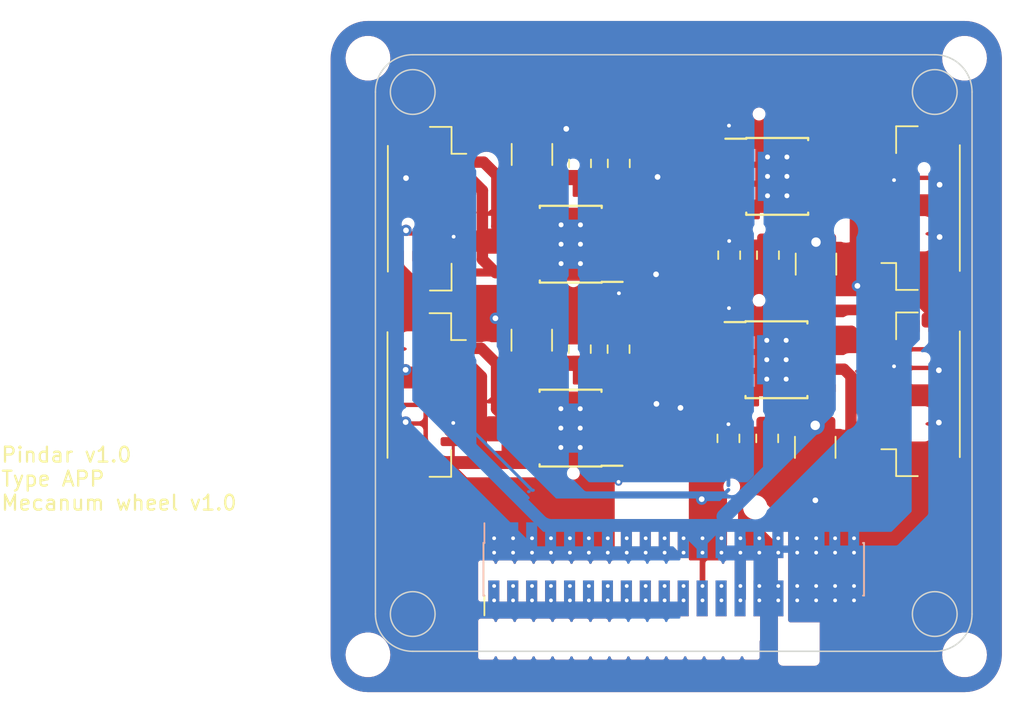
<source format=kicad_pcb>
(kicad_pcb (version 20221018) (generator pcbnew)
  (title_block (date "2023-06-14"))
  (layers (0 "F.Cu" signal) (31 "B.Cu" signal) (34 "B.Paste" user) (35 "F.Paste" user) (36 "B.SilkS" user "B.Silkscreen") (37 "F.SilkS" user "F.Silkscreen") (38 "B.Mask" user) (39 "F.Mask" user) (44 "Edge.Cuts" user))
  (net 0 "")
  (net 1 "+3.3V")
  (net 2 "GND")
  (net 3 "/SPI_CS")
  (net 4 "/SPI_CLK")
  (net 5 "/SPI_MOSI")
  (net 6 "/SPI_MISO")
  (net 7 "/I2C_CLK")
  (net 8 "/GPIO_1")
  (net 9 "/GPIO_2")
  (net 10 "/GPIO_7")
  (net 11 "/GPIO_4")
  (net 12 "/GPIO_5")
  (net 13 "/GPIO_8")
  (net 14 "/ENC_1A")
  (net 15 "/ENC_2A")
  (net 16 "/ADC_1")
  (net 17 "/ADC_3")
  (net 18 "/ADC_4")
  (net 19 "/UART1_Rx")
  (net 20 "/UART1_Tx")
  (net 21 "/ADC_2")
  (net 22 "/I2C_SDA")
  (net 23 "/UART2_Rx")
  (net 24 "/UART2_Tx")
  (net 25 "/GPIO_3")
  (net 26 "/ENC_4A")
  (net 27 "/GPIO_6")
  (net 28 "/+5V")
  (net 29 "+BATT")
  (net 30 "/ENC_3B")
  (net 31 "/OUT1")
  (net 32 "/OUT2")
  (net 33 "/OUT3")
  (net 34 "/OUT4")
  (net 35 "/OUT5")
  (net 36 "/OUT6")
  (net 37 "/ENC_1B")
  (net 38 "/ENC_2B")
  (net 39 "/ENC_3A")
  (net 40 "/OUT7")
  (net 41 "/OUT8")
  (net 42 "/ENC_4B")
  (footprint "Capacitor_SMD:C_1210_3225Metric" (layer "F.Cu") (at 85.760466 52.024266 -90)
    (fp_text reference "C5" hide)
    (fp_text value "10uF")
    (pad "1" smd roundrect (at -1.475 0 270) (size 1.15 2.7) (layers "F.Cu" "F.Paste" "F.Mask") (roundrect_rratio 0.217391) (net 29 "+BATT"))
    (pad "2" smd roundrect (at 1.475 0 270) (size 1.15 2.7) (layers "F.Cu" "F.Paste" "F.Mask") (roundrect_rratio 0.217391) (net 2 "GND"))
  )
  (footprint "Package_SO:Texas_HTSOP-8-1EP_3.9x4.9mm_P1.27mm_EP2.95x4.9mm_Mask2.4x3.1mm_ThermalVias" (layer "F.Cu") (at 69.303671 63.017671 180)
    (fp_text reference "U1" hide)
    (fp_text value "DRV8870DDA")
    (pad "1" smd rect (at -2.875 -1.905 180) (size 2.2 0.5) (layers "F.Cu" "F.Paste" "F.Mask") (net 2 "GND"))
    (pad "2" smd rect (at -2.875 -0.635 180) (size 2.2 0.5) (layers "F.Cu" "F.Paste" "F.Mask") (net 9 "/GPIO_2"))
    (pad "3" smd rect (at -2.875 0.635 180) (size 2.2 0.5) (layers "F.Cu" "F.Paste" "F.Mask") (net 8 "/GPIO_1"))
    (pad "4" smd rect (at -2.875 1.905 180) (size 2.2 0.5) (layers "F.Cu" "F.Paste" "F.Mask") (net 1 "+3.3V"))
    (pad "5" smd rect (at 2.875 1.905 180) (size 2.2 0.5) (layers "F.Cu" "F.Paste" "F.Mask") (net 29 "+BATT"))
    (pad "6" smd rect (at 2.875 0.635 180) (size 2.2 0.5) (layers "F.Cu" "F.Paste" "F.Mask") (net 31 "/OUT1"))
    (pad "7" smd rect (at 2.875 -0.635 180) (size 2.2 0.5) (layers "F.Cu" "F.Paste" "F.Mask") (net 2 "GND"))
    (pad "8" smd rect (at 2.875 -1.905 180) (size 2.2 0.5) (layers "F.Cu" "F.Paste" "F.Mask") (net 32 "/OUT2"))
    (pad "9" thru_hole circle (at -0.65 -1.3 180) (size 0.63 0.63) (drill 0.33) (layers "*.Cu" "*.Mask") (net 2 "GND"))
    (pad "9" thru_hole circle (at -0.65 0 180) (size 0.63 0.63) (drill 0.33) (layers "*.Cu" "*.Mask") (net 2 "GND"))
    (pad "9" thru_hole circle (at -0.65 1.3 180) (size 0.63 0.63) (drill 0.33) (layers "*.Cu" "*.Mask") (net 2 "GND"))
    (pad "9" smd rect (at 0 0 180) (size 2.6 3.3) (layers "B.Cu") (net 2 "GND"))
    (pad "9" smd rect (at 0 0 180) (size 2.95 4.9) (layers "F.Cu") (net 2 "GND"))
    (pad "9" thru_hole circle (at 0.65 -1.3 180) (size 0.63 0.63) (drill 0.33) (layers "*.Cu" "*.Mask") (net 2 "GND"))
    (pad "9" thru_hole circle (at 0.65 0 180) (size 0.63 0.63) (drill 0.33) (layers "*.Cu" "*.Mask") (net 2 "GND"))
    (pad "9" thru_hole circle (at 0.65 1.3 180) (size 0.63 0.63) (drill 0.33) (layers "*.Cu" "*.Mask") (net 2 "GND"))
  )
  (footprint "Capacitor_SMD:C_0805_2012Metric" (layer "F.Cu") (at 72.523671 57.724871 90)
    (fp_text reference "C9" hide)
    (fp_text value "0.1uF")
    (pad "1" smd roundrect (at -0.95 0 90) (size 1 1.45) (layers "F.Cu" "F.Paste" "F.Mask") (net 1 "+3.3V"))
    (pad "2" smd roundrect (at 0.95 0 90) (size 1 1.45) (layers "F.Cu" "F.Paste" "F.Mask") (net 2 "GND"))
  )
  (footprint "Connector_JST:JST_GH_SM06B-GHS-TB_1x06-1MP_P1.25mm_Horizontal" (layer "F.Cu") (at 59.590071 60.799071 -90)
    (fp_text reference "J2" hide)
    (fp_text value "Motor 1")
    (pad "1" smd roundrect (at -3.125 -1.85 270) (size 0.6 1.7) (layers "F.Cu" "F.Paste" "F.Mask") (net 31 "/OUT1"))
    (pad "2" smd roundrect (at -1.875 -1.85 270) (size 0.6 1.7) (layers "F.Cu" "F.Paste" "F.Mask") (net 32 "/OUT2"))
    (pad "3" smd roundrect (at -0.625 -1.85 270) (size 0.6 1.7) (layers "F.Cu" "F.Paste" "F.Mask") (net 2 "GND"))
    (pad "4" smd roundrect (at 0.625 -1.85 270) (size 0.6 1.7) (layers "F.Cu" "F.Paste" "F.Mask") (net 37 "/ENC_1B"))
    (pad "5" smd roundrect (at 1.875 -1.85 270) (size 0.6 1.7) (layers "F.Cu" "F.Paste" "F.Mask") (net 14 "/ENC_1A"))
    (pad "6" smd roundrect (at 3.125 -1.85 270) (size 0.6 1.7) (layers "F.Cu" "F.Paste" "F.Mask") (net 1 "+3.3V"))
    (pad "MP" smd roundrect (at -4.975 1.35 270) (size 1 2.7) (layers "F.Cu" "F.Paste" "F.Mask") (net 2 "GND"))
    (pad "MP" smd roundrect (at 4.975 1.35 270) (size 1 2.7) (layers "F.Cu" "F.Paste" "F.Mask") (net 2 "GND"))
  )
  (footprint "Capacitor_SMD:C_0805_2012Metric" (layer "F.Cu") (at 79.889666 63.708466 -90)
    (fp_text reference "C16" hide)
    (fp_text value "0.1uF")
    (pad "1" smd roundrect (at -0.95 0 270) (size 1 1.45) (layers "F.Cu" "F.Paste" "F.Mask") (net 1 "+3.3V"))
    (pad "2" smd roundrect (at 0.95 0 270) (size 1 1.45) (layers "F.Cu" "F.Paste" "F.Mask") (net 2 "GND"))
  )
  (footprint "Package_SO:Texas_HTSOP-8-1EP_3.9x4.9mm_P1.27mm_EP2.95x4.9mm_Mask2.4x3.1mm_ThermalVias" (layer "F.Cu") (at 69.318466 50.689266 180)
    (fp_text reference "U2" hide)
    (fp_text value "DRV8870DDA")
    (pad "1" smd rect (at -2.875 -1.905 180) (size 2.2 0.5) (layers "F.Cu" "F.Paste" "F.Mask") (net 2 "GND"))
    (pad "2" smd rect (at -2.875 -0.635 180) (size 2.2 0.5) (layers "F.Cu" "F.Paste" "F.Mask") (net 11 "/GPIO_4"))
    (pad "3" smd rect (at -2.875 0.635 180) (size 2.2 0.5) (layers "F.Cu" "F.Paste" "F.Mask") (net 25 "/GPIO_3"))
    (pad "4" smd rect (at -2.875 1.905 180) (size 2.2 0.5) (layers "F.Cu" "F.Paste" "F.Mask") (net 1 "+3.3V"))
    (pad "5" smd rect (at 2.875 1.905 180) (size 2.2 0.5) (layers "F.Cu" "F.Paste" "F.Mask") (net 29 "+BATT"))
    (pad "6" smd rect (at 2.875 0.635 180) (size 2.2 0.5) (layers "F.Cu" "F.Paste" "F.Mask") (net 33 "/OUT3"))
    (pad "7" smd rect (at 2.875 -0.635 180) (size 2.2 0.5) (layers "F.Cu" "F.Paste" "F.Mask") (net 2 "GND"))
    (pad "8" smd rect (at 2.875 -1.905 180) (size 2.2 0.5) (layers "F.Cu" "F.Paste" "F.Mask") (net 34 "/OUT4"))
    (pad "9" thru_hole circle (at -0.65 -1.3 180) (size 0.63 0.63) (drill 0.33) (layers "*.Cu" "*.Mask") (net 2 "GND"))
    (pad "9" thru_hole circle (at -0.65 0 180) (size 0.63 0.63) (drill 0.33) (layers "*.Cu" "*.Mask") (net 2 "GND"))
    (pad "9" thru_hole circle (at -0.65 1.3 180) (size 0.63 0.63) (drill 0.33) (layers "*.Cu" "*.Mask") (net 2 "GND"))
    (pad "9" smd rect (at 0 0 180) (size 2.6 3.3) (layers "B.Cu") (net 2 "GND"))
    (pad "9" smd rect (at 0 0 180) (size 2.95 4.9) (layers "F.Cu") (net 2 "GND"))
    (pad "9" thru_hole circle (at 0.65 -1.3 180) (size 0.63 0.63) (drill 0.33) (layers "*.Cu" "*.Mask") (net 2 "GND"))
    (pad "9" thru_hole circle (at 0.65 0 180) (size 0.63 0.63) (drill 0.33) (layers "*.Cu" "*.Mask") (net 2 "GND"))
    (pad "9" thru_hole circle (at 0.65 1.3 180) (size 0.63 0.63) (drill 0.33) (layers "*.Cu" "*.Mask") (net 2 "GND"))
  )
  (footprint "Capacitor_SMD:C_1210_3225Metric" (layer "F.Cu") (at 66.703671 57.124871 90)
    (fp_text reference "C1" hide)
    (fp_text value "10uF")
    (pad "1" smd roundrect (at -1.475 0 90) (size 1.15 2.7) (layers "F.Cu" "F.Paste" "F.Mask") (roundrect_rratio 0.217391) (net 29 "+BATT"))
    (pad "2" smd roundrect (at 1.475 0 90) (size 1.15 2.7) (layers "F.Cu" "F.Paste" "F.Mask") (roundrect_rratio 0.217391) (net 2 "GND"))
  )
  (footprint "Package_SO:Texas_HTSOP-8-1EP_3.9x4.9mm_P1.27mm_EP2.95x4.9mm_Mask2.4x3.1mm_ThermalVias" (layer "F.Cu") (at 83.109666 58.434666)
    (fp_text reference "U6" hide)
    (fp_text value "DRV8870DDA")
    (pad "1" smd rect (at -2.875 -1.905) (size 2.2 0.5) (layers "F.Cu" "F.Paste" "F.Mask") (net 2 "GND"))
    (pad "2" smd rect (at -2.875 -0.635) (size 2.2 0.5) (layers "F.Cu" "F.Paste" "F.Mask") (net 13 "/GPIO_8"))
    (pad "3" smd rect (at -2.875 0.635) (size 2.2 0.5) (layers "F.Cu" "F.Paste" "F.Mask") (net 10 "/GPIO_7"))
    (pad "4" smd rect (at -2.875 1.905) (size 2.2 0.5) (layers "F.Cu" "F.Paste" "F.Mask") (net 1 "+3.3V"))
    (pad "5" smd rect (at 2.875 1.905) (size 2.2 0.5) (layers "F.Cu" "F.Paste" "F.Mask") (net 29 "+BATT"))
    (pad "6" smd rect (at 2.875 0.635) (size 2.2 0.5) (layers "F.Cu" "F.Paste" "F.Mask") (net 40 "/OUT7"))
    (pad "7" smd rect (at 2.875 -0.635) (size 2.2 0.5) (layers "F.Cu" "F.Paste" "F.Mask") (net 2 "GND"))
    (pad "8" smd rect (at 2.875 -1.905) (size 2.2 0.5) (layers "F.Cu" "F.Paste" "F.Mask") (net 41 "/OUT8"))
    (pad "9" thru_hole circle (at -0.65 -1.3) (size 0.63 0.63) (drill 0.33) (layers "*.Cu" "*.Mask") (net 2 "GND"))
    (pad "9" thru_hole circle (at -0.65 0) (size 0.63 0.63) (drill 0.33) (layers "*.Cu" "*.Mask") (net 2 "GND"))
    (pad "9" thru_hole circle (at -0.65 1.3) (size 0.63 0.63) (drill 0.33) (layers "*.Cu" "*.Mask") (net 2 "GND"))
    (pad "9" smd rect (at 0 0) (size 2.6 3.3) (layers "B.Cu") (net 2 "GND"))
    (pad "9" smd rect (at 0 0) (size 2.95 4.9) (layers "F.Cu") (net 2 "GND"))
    (pad "9" thru_hole circle (at 0.65 -1.3) (size 0.63 0.63) (drill 0.33) (layers "*.Cu" "*.Mask") (net 2 "GND"))
    (pad "9" thru_hole circle (at 0.65 0) (size 0.63 0.63) (drill 0.33) (layers "*.Cu" "*.Mask") (net 2 "GND"))
    (pad "9" thru_hole circle (at 0.65 1.3) (size 0.63 0.63) (drill 0.33) (layers "*.Cu" "*.Mask") (net 2 "GND"))
  )
  (footprint "Capacitor_SMD:C_0805_2012Metric" (layer "F.Cu") (at 82.489666 63.708466 -90)
    (fp_text reference "C18" hide)
    (fp_text value "0.1uF")
    (pad "1" smd roundrect (at -0.95 0 270) (size 1 1.45) (layers "F.Cu" "F.Paste" "F.Mask") (net 29 "+BATT"))
    (pad "2" smd roundrect (at 0.95 0 270) (size 1 1.45) (layers "F.Cu" "F.Paste" "F.Mask") (net 2 "GND"))
  )
  (footprint "Connector_PinHeader_1.27mm:PinHeader_2x20_P1.27mm_Vertical_SMD" (layer "F.Cu") (at 76.222266 72.483866 90)
    (fp_text reference "J1" hide)
    (fp_text value "TOP")
    (pad "1" smd rect (at -1.95 -12.065 90) (size 2.4 0.74) (layers "F.Cu" "F.Paste" "F.Mask") (net 16 "/ADC_1"))
    (pad "2" smd rect (at 1.95 -12.065 90) (size 2.4 0.74) (layers "F.Cu" "F.Paste" "F.Mask") (net 21 "/ADC_2"))
    (pad "3" smd rect (at -1.95 -10.795 90) (size 2.4 0.74) (layers "F.Cu" "F.Paste" "F.Mask") (net 17 "/ADC_3"))
    (pad "4" smd rect (at 1.95 -10.795 90) (size 2.4 0.74) (layers "F.Cu" "F.Paste" "F.Mask") (net 18 "/ADC_4"))
    (pad "5" smd rect (at -1.95 -9.525 90) (size 2.4 0.74) (layers "F.Cu" "F.Paste" "F.Mask") (net 19 "/UART1_Rx"))
    (pad "6" smd rect (at 1.95 -9.525 90) (size 2.4 0.74) (layers "F.Cu" "F.Paste" "F.Mask") (net 20 "/UART1_Tx"))
    (pad "7" smd rect (at -1.95 -8.255 90) (size 2.4 0.74) (layers "F.Cu" "F.Paste" "F.Mask") (net 23 "/UART2_Rx"))
    (pad "8" smd rect (at 1.95 -8.255 90) (size 2.4 0.74) (layers "F.Cu" "F.Paste" "F.Mask") (net 24 "/UART2_Tx"))
    (pad "9" smd rect (at -1.95 -6.985 90) (size 2.4 0.74) (layers "F.Cu" "F.Paste" "F.Mask") (net 22 "/I2C_SDA"))
    (pad "10" smd rect (at 1.95 -6.985 90) (size 2.4 0.74) (layers "F.Cu" "F.Paste" "F.Mask") (net 7 "/I2C_CLK"))
    (pad "11" smd rect (at -1.95 -5.715 90) (size 2.4 0.74) (layers "F.Cu" "F.Paste" "F.Mask") (net 3 "/SPI_CS"))
    (pad "12" smd rect (at 1.95 -5.715 90) (size 2.4 0.74) (layers "F.Cu" "F.Paste" "F.Mask") (net 4 "/SPI_CLK"))
    (pad "13" smd rect (at -1.95 -4.445 90) (size 2.4 0.74) (layers "F.Cu" "F.Paste" "F.Mask") (net 5 "/SPI_MOSI"))
    (pad "14" smd rect (at 1.95 -4.445 90) (size 2.4 0.74) (layers "F.Cu" "F.Paste" "F.Mask") (net 6 "/SPI_MISO"))
    (pad "15" smd rect (at -1.95 -3.175 90) (size 2.4 0.74) (layers "F.Cu" "F.Paste" "F.Mask") (net 8 "/GPIO_1"))
    (pad "16" smd rect (at 1.95 -3.175 90) (size 2.4 0.74) (layers "F.Cu" "F.Paste" "F.Mask") (net 9 "/GPIO_2"))
    (pad "17" smd rect (at -1.95 -1.905 90) (size 2.4 0.74) (layers "F.Cu" "F.Paste" "F.Mask") (net 25 "/GPIO_3"))
    (pad "18" smd rect (at 1.95 -1.905 90) (size 2.4 0.74) (layers "F.Cu" "F.Paste" "F.Mask") (net 11 "/GPIO_4"))
    (pad "19" smd rect (at -1.95 -0.635 90) (size 2.4 0.74) (layers "F.Cu" "F.Paste" "F.Mask") (net 12 "/GPIO_5"))
    (pad "20" smd rect (at 1.95 -0.635 90) (size 2.4 0.74) (layers "F.Cu" "F.Paste" "F.Mask") (net 27 "/GPIO_6"))
    (pad "21" smd rect (at -1.95 0.635 90) (size 2.4 0.74) (layers "F.Cu" "F.Paste" "F.Mask") (net 10 "/GPIO_7"))
    (pad "22" smd rect (at 1.95 0.635 90) (size 2.4 0.74) (layers "F.Cu" "F.Paste" "F.Mask") (net 13 "/GPIO_8"))
    (pad "23" smd rect (at -1.95 1.905 90) (size 2.4 0.74) (layers "F.Cu" "F.Paste" "F.Mask") (net 14 "/ENC_1A"))
    (pad "24" smd rect (at 1.95 1.905 90) (size 2.4 0.74) (layers "F.Cu" "F.Paste" "F.Mask") (net 15 "/ENC_2A"))
    (pad "25" smd rect (at -1.95 3.175 90) (size 2.4 0.74) (layers "F.Cu" "F.Paste" "F.Mask") (net 39 "/ENC_3A"))
    (pad "26" smd rect (at 1.95 3.175 90) (size 2.4 0.74) (layers "F.Cu" "F.Paste" "F.Mask") (net 26 "/ENC_4A"))
    (pad "27" smd rect (at -1.95 4.445 90) (size 2.4 0.74) (layers "F.Cu" "F.Paste" "F.Mask") (net 1 "+3.3V"))
    (pad "28" smd rect (at 1.95 4.445 90) (size 2.4 0.74) (layers "F.Cu" "F.Paste" "F.Mask") (net 1 "+3.3V"))
    (pad "29" smd rect (at -1.95 5.715 90) (size 2.4 0.74) (layers "F.Cu" "F.Paste" "F.Mask") (net 28 "/+5V"))
    (pad "30" smd rect (at 1.95 5.715 90) (size 2.4 0.74) (layers "F.Cu" "F.Paste" "F.Mask") (net 28 "/+5V"))
    (pad "31" smd rect (at -1.95 6.985 90) (size 2.4 0.74) (layers "F.Cu" "F.Paste" "F.Mask") (net 2 "GND"))
    (pad "32" smd rect (at 1.95 6.985 90) (size 2.4 0.74) (layers "F.Cu" "F.Paste" "F.Mask") (net 2 "GND"))
    (pad "33" smd rect (at -1.95 8.255 90) (size 2.4 0.74) (layers "F.Cu" "F.Paste" "F.Mask") (net 29 "+BATT"))
    (pad "34" smd rect (at 1.95 8.255 90) (size 2.4 0.74) (layers "F.Cu" "F.Paste" "F.Mask") (net 29 "+BATT"))
    (pad "35" smd rect (at -1.95 9.525 90) (size 2.4 0.74) (layers "F.Cu" "F.Paste" "F.Mask") (net 29 "+BATT"))
    (pad "36" smd rect (at 1.95 9.525 90) (size 2.4 0.74) (layers "F.Cu" "F.Paste" "F.Mask") (net 29 "+BATT"))
    (pad "37" smd rect (at -1.95 10.795 90) (size 2.4 0.74) (layers "F.Cu" "F.Paste" "F.Mask") (net 2 "GND"))
    (pad "38" smd rect (at 1.95 10.795 90) (size 2.4 0.74) (layers "F.Cu" "F.Paste" "F.Mask") (net 2 "GND"))
    (pad "39" smd rect (at -1.95 12.065 90) (size 2.4 0.74) (layers "F.Cu" "F.Paste" "F.Mask") (net 2 "GND"))
    (pad "40" smd rect (at 1.95 12.065 90) (size 2.4 0.74) (layers "F.Cu" "F.Paste" "F.Mask") (net 2 "GND"))
  )
  (footprint "Capacitor_SMD:C_0805_2012Metric" (layer "F.Cu") (at 69.923671 57.724871 90)
    (fp_text reference "C2" hide)
    (fp_text value "0.1uF")
    (pad "1" smd roundrect (at -0.95 0 90) (size 1 1.45) (layers "F.Cu" "F.Paste" "F.Mask") (net 29 "+BATT"))
    (pad "2" smd roundrect (at 0.95 0 90) (size 1 1.45) (layers "F.Cu" "F.Paste" "F.Mask") (net 2 "GND"))
  )
  (footprint "Connector_JST:JST_GH_SM06B-GHS-TB_1x06-1MP_P1.25mm_Horizontal" (layer "F.Cu") (at 92.843266 48.266666 90)
    (fp_text reference "J4" hide)
    (fp_text value "Motor 3")
    (pad "1" smd roundrect (at -3.125 -1.85 90) (size 0.6 1.7) (layers "F.Cu" "F.Paste" "F.Mask") (net 35 "/OUT5"))
    (pad "2" smd roundrect (at -1.875 -1.85 90) (size 0.6 1.7) (layers "F.Cu" "F.Paste" "F.Mask") (net 36 "/OUT6"))
    (pad "3" smd roundrect (at -0.625 -1.85 90) (size 0.6 1.7) (layers "F.Cu" "F.Paste" "F.Mask") (net 2 "GND"))
    (pad "4" smd roundrect (at 0.625 -1.85 90) (size 0.6 1.7) (layers "F.Cu" "F.Paste" "F.Mask") (net 30 "/ENC_3B"))
    (pad "5" smd roundrect (at 1.875 -1.85 90) (size 0.6 1.7) (layers "F.Cu" "F.Paste" "F.Mask") (net 39 "/ENC_3A"))
    (pad "6" smd roundrect (at 3.125 -1.85 90) (size 0.6 1.7) (layers "F.Cu" "F.Paste" "F.Mask") (net 1 "+3.3V"))
    (pad "MP" smd roundrect (at -4.975 1.35 90) (size 1 2.7) (layers "F.Cu" "F.Paste" "F.Mask") (net 2 "GND"))
    (pad "MP" smd roundrect (at 4.975 1.35 90) (size 1 2.7) (layers "F.Cu" "F.Paste" "F.Mask") (net 2 "GND"))
  )
  (footprint "Capacitor_SMD:C_0805_2012Metric" (layer "F.Cu") (at 69.938466 45.272266 90)
    (fp_text reference "C4" hide)
    (fp_text value "0.1uF")
    (pad "1" smd roundrect (at -0.95 0 90) (size 1 1.45) (layers "F.Cu" "F.Paste" "F.Mask") (net 29 "+BATT"))
    (pad "2" smd roundrect (at 0.95 0 90) (size 1 1.45) (layers "F.Cu" "F.Paste" "F.Mask") (net 2 "GND"))
  )
  (footprint "Capacitor_SMD:C_0805_2012Metric" (layer "F.Cu") (at 79.940466 51.424266 -90)
    (fp_text reference "C11" hide)
    (fp_text value "0.1uF")
    (pad "1" smd roundrect (at -0.95 0 270) (size 1 1.45) (layers "F.Cu" "F.Paste" "F.Mask") (net 1 "+3.3V"))
    (pad "2" smd roundrect (at 0.95 0 270) (size 1 1.45) (layers "F.Cu" "F.Paste" "F.Mask") (net 2 "GND"))
  )
  (footprint "Connector_JST:JST_GH_SM06B-GHS-TB_1x06-1MP_P1.25mm_Horizontal" (layer "F.Cu") (at 92.843266 60.750866 90)
    (fp_text reference "J6" hide)
    (fp_text value "Motor 4")
    (pad "1" smd roundrect (at -3.125 -1.85 90) (size 0.6 1.7) (layers "F.Cu" "F.Paste" "F.Mask") (net 40 "/OUT7"))
    (pad "2" smd roundrect (at -1.875 -1.85 90) (size 0.6 1.7) (layers "F.Cu" "F.Paste" "F.Mask") (net 41 "/OUT8"))
    (pad "3" smd roundrect (at -0.625 -1.85 90) (size 0.6 1.7) (layers "F.Cu" "F.Paste" "F.Mask") (net 2 "GND"))
    (pad "4" smd roundrect (at 0.625 -1.85 90) (size 0.6 1.7) (layers "F.Cu" "F.Paste" "F.Mask") (net 42 "/ENC_4B"))
    (pad "5" smd roundrect (at 1.875 -1.85 90) (size 0.6 1.7) (layers "F.Cu" "F.Paste" "F.Mask") (net 26 "/ENC_4A"))
    (pad "6" smd roundrect (at 3.125 -1.85 90) (size 0.6 1.7) (layers "F.Cu" "F.Paste" "F.Mask") (net 1 "+3.3V"))
    (pad "MP" smd roundrect (at -4.975 1.35 90) (size 1 2.7) (layers "F.Cu" "F.Paste" "F.Mask") (net 2 "GND"))
    (pad "MP" smd roundrect (at 4.975 1.35 90) (size 1 2.7) (layers "F.Cu" "F.Paste" "F.Mask") (net 2 "GND"))
  )
  (footprint "Capacitor_SMD:C_1210_3225Metric" (layer "F.Cu") (at 85.709666 64.308466 -90)
    (fp_text reference "C17" hide)
    (fp_text value "10uF")
    (pad "1" smd roundrect (at -1.475 0 270) (size 1.15 2.7) (layers "F.Cu" "F.Paste" "F.Mask") (roundrect_rratio 0.217391) (net 29 "+BATT"))
    (pad "2" smd roundrect (at 1.475 0 270) (size 1.15 2.7) (layers "F.Cu" "F.Paste" "F.Mask") (roundrect_rratio 0.217391) (net 2 "GND"))
  )
  (footprint "Capacitor_SMD:C_0805_2012Metric" (layer "F.Cu") (at 72.538466 45.272266 90)
    (fp_text reference "C10" hide)
    (fp_text value "0.1uF")
    (pad "1" smd roundrect (at -0.95 0 90) (size 1 1.45) (layers "F.Cu" "F.Paste" "F.Mask") (net 1 "+3.3V"))
    (pad "2" smd roundrect (at 0.95 0 90) (size 1 1.45) (layers "F.Cu" "F.Paste" "F.Mask") (net 2 "GND"))
  )
  (footprint "Package_SO:Texas_HTSOP-8-1EP_3.9x4.9mm_P1.27mm_EP2.95x4.9mm_Mask2.4x3.1mm_ThermalVias" (layer "F.Cu") (at 83.160466 46.141066)
    (fp_text reference "U3" hide)
    (fp_text value "DRV8870DDA")
    (pad "1" smd rect (at -2.875 -1.905) (size 2.2 0.5) (layers "F.Cu" "F.Paste" "F.Mask") (net 2 "GND"))
    (pad "2" smd rect (at -2.875 -0.635) (size 2.2 0.5) (layers "F.Cu" "F.Paste" "F.Mask") (net 27 "/GPIO_6"))
    (pad "3" smd rect (at -2.875 0.635) (size 2.2 0.5) (layers "F.Cu" "F.Paste" "F.Mask") (net 12 "/GPIO_5"))
    (pad "4" smd rect (at -2.875 1.905) (size 2.2 0.5) (layers "F.Cu" "F.Paste" "F.Mask") (net 1 "+3.3V"))
    (pad "5" smd rect (at 2.875 1.905) (size 2.2 0.5) (layers "F.Cu" "F.Paste" "F.Mask") (net 29 "+BATT"))
    (pad "6" smd rect (at 2.875 0.635) (size 2.2 0.5) (layers "F.Cu" "F.Paste" "F.Mask") (net 35 "/OUT5"))
    (pad "7" smd rect (at 2.875 -0.635) (size 2.2 0.5) (layers "F.Cu" "F.Paste" "F.Mask") (net 2 "GND"))
    (pad "8" smd rect (at 2.875 -1.905) (size 2.2 0.5) (layers "F.Cu" "F.Paste" "F.Mask") (net 36 "/OUT6"))
    (pad "9" thru_hole circle (at -0.65 -1.3) (size 0.63 0.63) (drill 0.33) (layers "*.Cu" "*.Mask") (net 2 "GND"))
    (pad "9" thru_hole circle (at -0.65 0) (size 0.63 0.63) (drill 0.33) (layers "*.Cu" "*.Mask") (net 2 "GND"))
    (pad "9" thru_hole circle (at -0.65 1.3) (size 0.63 0.63) (drill 0.33) (layers "*.Cu" "*.Mask") (net 2 "GND"))
    (pad "9" smd rect (at 0 0) (size 2.6 3.3) (layers "B.Cu") (net 2 "GND"))
    (pad "9" smd rect (at 0 0) (size 2.95 4.9) (layers "F.Cu") (net 2 "GND"))
    (pad "9" thru_hole circle (at 0.65 -1.3) (size 0.63 0.63) (drill 0.33) (layers "*.Cu" "*.Mask") (net 2 "GND"))
    (pad "9" thru_hole circle (at 0.65 0) (size 0.63 0.63) (drill 0.33) (layers "*.Cu" "*.Mask") (net 2 "GND"))
    (pad "9" thru_hole circle (at 0.65 1.3) (size 0.63 0.63) (drill 0.33) (layers "*.Cu" "*.Mask") (net 2 "GND"))
  )
  (footprint "Capacitor_SMD:C_0805_2012Metric" (layer "F.Cu") (at 82.540466 51.424266 -90)
    (fp_text reference "C6" hide)
    (fp_text value "0.1uF")
    (pad "1" smd roundrect (at -0.95 0 270) (size 1 1.45) (layers "F.Cu" "F.Paste" "F.Mask") (net 29 "+BATT"))
    (pad "2" smd roundrect (at 0.95 0 270) (size 1 1.45) (layers "F.Cu" "F.Paste" "F.Mask") (net 2 "GND"))
  )
  (footprint "Connector_JST:JST_GH_SM06B-GHS-TB_1x06-1MP_P1.25mm_Horizontal" (layer "F.Cu") (at 59.615066 48.309266 -90)
    (fp_text reference "J3" hide)
    (fp_text value "Motor 2")
    (pad "1" smd roundrect (at -3.125 -1.85 270) (size 0.6 1.7) (layers "F.Cu" "F.Paste" "F.Mask") (net 33 "/OUT3"))
    (pad "2" smd roundrect (at -1.875 -1.85 270) (size 0.6 1.7) (layers "F.Cu" "F.Paste" "F.Mask") (net 34 "/OUT4"))
    (pad "3" smd roundrect (at -0.625 -1.85 270) (size 0.6 1.7) (layers "F.Cu" "F.Paste" "F.Mask") (net 2 "GND"))
    (pad "4" smd roundrect (at 0.625 -1.85 270) (size 0.6 1.7) (layers "F.Cu" "F.Paste" "F.Mask") (net 38 "/ENC_2B"))
    (pad "5" smd roundrect (at 1.875 -1.85 270) (size 0.6 1.7) (layers "F.Cu" "F.Paste" "F.Mask") (net 15 "/ENC_2A"))
    (pad "6" smd roundrect (at 3.125 -1.85 270) (size 0.6 1.7) (layers "F.Cu" "F.Paste" "F.Mask") (net 1 "+3.3V"))
    (pad "MP" smd roundrect (at -4.975 1.35 270) (size 1 2.7) (layers "F.Cu" "F.Paste" "F.Mask") (net 2 "GND"))
    (pad "MP" smd roundrect (at 4.975 1.35 270) (size 1 2.7) (layers "F.Cu" "F.Paste" "F.Mask") (net 2 "GND"))
  )
  (footprint "Capacitor_SMD:C_1210_3225Metric" (layer "F.Cu") (at 66.718466 44.672266 90)
    (fp_text reference "C3" hide)
    (fp_text value "10uF")
    (pad "1" smd roundrect (at -1.475 0 90) (size 1.15 2.7) (layers "F.Cu" "F.Paste" "F.Mask") (roundrect_rratio 0.217391) (net 29 "+BATT"))
    (pad "2" smd roundrect (at 1.475 0 90) (size 1.15 2.7) (layers "F.Cu" "F.Paste" "F.Mask") (roundrect_rratio 0.217391) (net 2 "GND"))
  )
  (footprint "Connector_PinHeader_1.27mm:PinHeader_2x20_P1.27mm_Vertical_SMD" (layer "B.Cu") (at 76.222266 72.483866 -90)
    (fp_text reference "J5" hide)
    (fp_text value "BUTTOM")
    (pad "1" smd rect (at -1.95 12.065 270) (size 2.4 0.74) (layers "B.Cu" "B.Paste" "B.Mask") (net 21 "/ADC_2"))
    (pad "2" smd rect (at 1.95 12.065 270) (size 2.4 0.74) (layers "B.Cu" "B.Paste" "B.Mask") (net 16 "/ADC_1"))
    (pad "3" smd rect (at -1.95 10.795 270) (size 2.4 0.74) (layers "B.Cu" "B.Paste" "B.Mask") (net 18 "/ADC_4"))
    (pad "4" smd rect (at 1.95 10.795 270) (size 2.4 0.74) (layers "B.Cu" "B.Paste" "B.Mask") (net 17 "/ADC_3"))
    (pad "5" smd rect (at -1.95 9.525 270) (size 2.4 0.74) (layers "B.Cu" "B.Paste" "B.Mask") (net 20 "/UART1_Tx"))
    (pad "6" smd rect (at 1.95 9.525 270) (size 2.4 0.74) (layers "B.Cu" "B.Paste" "B.Mask") (net 19 "/UART1_Rx"))
    (pad "7" smd rect (at -1.95 8.255 270) (size 2.4 0.74) (layers "B.Cu" "B.Paste" "B.Mask") (net 24 "/UART2_Tx"))
    (pad "8" smd rect (at 1.95 8.255 270) (size 2.4 0.74) (layers "B.Cu" "B.Paste" "B.Mask") (net 23 "/UART2_Rx"))
    (pad "9" smd rect (at -1.95 6.985 270) (size 2.4 0.74) (layers "B.Cu" "B.Paste" "B.Mask") (net 7 "/I2C_CLK"))
    (pad "10" smd rect (at 1.95 6.985 270) (size 2.4 0.74) (layers "B.Cu" "B.Paste" "B.Mask") (net 22 "/I2C_SDA"))
    (pad "11" smd rect (at -1.95 5.715 270) (size 2.4 0.74) (layers "B.Cu" "B.Paste" "B.Mask") (net 4 "/SPI_CLK"))
    (pad "12" smd rect (at 1.95 5.715 270) (size 2.4 0.74) (layers "B.Cu" "B.Paste" "B.Mask") (net 3 "/SPI_CS"))
    (pad "13" smd rect (at -1.95 4.445 270) (size 2.4 0.74) (layers "B.Cu" "B.Paste" "B.Mask") (net 6 "/SPI_MISO"))
    (pad "14" smd rect (at 1.95 4.445 270) (size 2.4 0.74) (layers "B.Cu" "B.Paste" "B.Mask") (net 5 "/SPI_MOSI"))
    (pad "15" smd rect (at -1.95 3.175 270) (size 2.4 0.74) (layers "B.Cu" "B.Paste" "B.Mask") (net 9 "/GPIO_2"))
    (pad "16" smd rect (at 1.95 3.175 270) (size 2.4 0.74) (layers "B.Cu" "B.Paste" "B.Mask") (net 8 "/GPIO_1"))
    (pad "17" smd rect (at -1.95 1.905 270) (size 2.4 0.74) (layers "B.Cu" "B.Paste" "B.Mask") (net 11 "/GPIO_4"))
    (pad "18" smd rect (at 1.95 1.905 270) (size 2.4 0.74) (layers "B.Cu" "B.Paste" "B.Mask") (net 25 "/GPIO_3"))
    (pad "19" smd rect (at -1.95 0.635 270) (size 2.4 0.74) (layers "B.Cu" "B.Paste" "B.Mask") (net 27 "/GPIO_6"))
    (pad "20" smd rect (at 1.95 0.635 270) (size 2.4 0.74) (layers "B.Cu" "B.Paste" "B.Mask") (net 12 "/GPIO_5"))
    (pad "21" smd rect (at -1.95 -0.635 270) (size 2.4 0.74) (layers "B.Cu" "B.Paste" "B.Mask") (net 13 "/GPIO_8"))
    (pad "22" smd rect (at 1.95 -0.635 270) (size 2.4 0.74) (layers "B.Cu" "B.Paste" "B.Mask") (net 10 "/GPIO_7"))
    (pad "23" smd rect (at -1.95 -1.905 270) (size 2.4 0.74) (layers "B.Cu" "B.Paste" "B.Mask") (net 15 "/ENC_2A"))
    (pad "24" smd rect (at 1.95 -1.905 270) (size 2.4 0.74) (layers "B.Cu" "B.Paste" "B.Mask") (net 14 "/ENC_1A"))
    (pad "25" smd rect (at -1.95 -3.175 270) (size 2.4 0.74) (layers "B.Cu" "B.Paste" "B.Mask") (net 26 "/ENC_4A"))
    (pad "26" smd rect (at 1.95 -3.175 270) (size 2.4 0.74) (layers "B.Cu" "B.Paste" "B.Mask") (net 39 "/ENC_3A"))
    (pad "27" smd rect (at -1.95 -4.445 270) (size 2.4 0.74) (layers "B.Cu" "B.Paste" "B.Mask") (net 1 "+3.3V"))
    (pad "28" smd rect (at 1.95 -4.445 270) (size 2.4 0.74) (layers "B.Cu" "B.Paste" "B.Mask") (net 1 "+3.3V"))
    (pad "29" smd rect (at -1.95 -5.715 270) (size 2.4 0.74) (layers "B.Cu" "B.Paste" "B.Mask") (net 28 "/+5V"))
    (pad "30" smd rect (at 1.95 -5.715 270) (size 2.4 0.74) (layers "B.Cu" "B.Paste" "B.Mask") (net 28 "/+5V"))
    (pad "31" smd rect (at -1.95 -6.985 270) (size 2.4 0.74) (layers "B.Cu" "B.Paste" "B.Mask") (net 2 "GND"))
    (pad "32" smd rect (at 1.95 -6.985 270) (size 2.4 0.74) (layers "B.Cu" "B.Paste" "B.Mask") (net 2 "GND"))
    (pad "33" smd rect (at -1.95 -8.255 270) (size 2.4 0.74) (layers "B.Cu" "B.Paste" "B.Mask") (net 29 "+BATT"))
    (pad "34" smd rect (at 1.95 -8.255 270) (size 2.4 0.74) (layers "B.Cu" "B.Paste" "B.Mask") (net 29 "+BATT"))
    (pad "35" smd rect (at -1.95 -9.525 270) (size 2.4 0.74) (layers "B.Cu" "B.Paste" "B.Mask") (net 29 "+BATT"))
    (pad "36" smd rect (at 1.95 -9.525 270) (size 2.4 0.74) (layers "B.Cu" "B.Paste" "B.Mask") (net 29 "+BATT"))
    (pad "37" smd rect (at -1.95 -10.795 270) (size 2.4 0.74) (layers "B.Cu" "B.Paste" "B.Mask") (net 2 "GND"))
    (pad "38" smd rect (at 1.95 -10.795 270) (size 2.4 0.74) (layers "B.Cu" "B.Paste" "B.Mask") (net 2 "GND"))
    (pad "39" smd rect (at -1.95 -12.065 270) (size 2.4 0.74) (layers "B.Cu" "B.Paste" "B.Mask") (net 2 "GND"))
    (pad "40" smd rect (at 1.95 -12.065 270) (size 2.4 0.74) (layers "B.Cu" "B.Paste" "B.Mask") (net 2 "GND"))
  )
  (gr_line locked (start 58.722266 77.983866) (end 93.722266 77.983866) (stroke (width 0.1)) (layer "Edge.Cuts"))
  (gr_line locked (start 56.222266 40.483866) (end 56.222266 75.483866) (stroke (width 0.1)) (layer "Edge.Cuts"))
  (gr_arc locked (start 58.722266 77.983866) (mid 56.954499 77.251633) (end 56.222266 75.483866) (stroke (width 0.1)) (layer "Edge.Cuts"))
  (gr_circle locked (center 93.722266 40.483866) (end 93.722266 41.983866) (stroke (width 0.1)) (fill none) (layer "Edge.Cuts"))
  (gr_arc locked (start 96.222266 75.483866) (mid 95.490033 77.251633) (end 93.722266 77.983866) (stroke (width 0.1)) (layer "Edge.Cuts"))
  (gr_arc locked (start 56.222266 40.483866) (mid 56.954499 38.716099) (end 58.722266 37.983866) (stroke (width 0.1)) (layer "Edge.Cuts"))
  (gr_line locked (start 96.222266 75.483866) (end 96.222266 40.483866) (stroke (width 0.1)) (layer "Edge.Cuts"))
  (gr_arc locked (start 93.722266 37.983866) (mid 95.490033 38.716099) (end 96.222266 40.483866) (stroke (width 0.1)) (layer "Edge.Cuts"))
  (gr_circle locked (center 58.722266 75.483866) (end 58.722266 73.983866) (stroke (width 0.1)) (fill none) (layer "Edge.Cuts"))
  (gr_circle locked (center 58.722266 40.483866) (end 60.222266 40.483866) (stroke (width 0.1)) (fill none) (layer "Edge.Cuts"))
  (gr_circle locked (center 93.722266 75.483866) (end 92.222266 75.483866) (stroke (width 0.1)) (fill none) (layer "Edge.Cuts"))
  (gr_line locked (start 93.722266 37.983866) (end 58.722266 37.983866) (stroke (width 0.1)) (layer "Edge.Cuts"))
  (gr_text "Pindar v1.0 \nType APP\nMecanum wheel v1.0" (at 31.050233 68.615633) (layer "F.SilkS") (effects (font (size 1 1)) (justify left bottom)))
  (segment (start 90.993266 57.625866) (end 90.993266 56.187066) (width 0.2032) (layer "F.Cu") (net 1))
  (segment (start 61.440071 65.552471) (end 62.514471 66.626871) (width 0.2032) (layer "F.Cu") (net 1))
  (segment (start 80.285466 48.046066) (end 80.285466 50.129266) (width 0.254) (layer "F.Cu") (net 1))
  (segment (start 72.193466 46.567266) (end 72.538466 46.222266) (width 0.254) (layer "F.Cu") (net 1))
  (segment (start 78.150666 67.835866) (end 78.097266 67.782466) (width 0.381) (layer "F.Cu") (net 1))
  (segment (start 80.234666 62.413466) (end 79.889666 62.758466) (width 0.254) (layer "F.Cu") (net 1))
  (segment (start 62.514471 66.626871) (end 72.522071 66.626871) (width 0.2032) (layer "F.Cu") (net 1))
  (segment (start 89.781266 54.975066) (end 79.926066 54.975066) (width 0.2032) (layer "F.Cu") (net 1))
  (segment (start 89.882866 42.738066) (end 79.926066 42.738066) (width 0.254) (layer "F.Cu") (net 1))
  (segment (start 72.193466 48.784266) (end 72.193466 46.567266) (width 0.254) (layer "F.Cu") (net 1))
  (segment (start 90.993266 56.187066) (end 89.781266 54.975066) (width 0.2032) (layer "F.Cu") (net 1))
  (segment (start 90.993266 45.141666) (end 90.993266 43.848466) (width 0.254) (layer "F.Cu") (net 1))
  (segment (start 78.150666 74.098066) (end 78.150666 67.835866) (width 0.381) (layer "F.Cu") (net 1))
  (segment (start 90.993266 43.848466) (end 89.882866 42.738066) (width 0.254) (layer "F.Cu") (net 1))
  (segment (start 72.178671 61.112671) (end 72.178671 59.019871) (width 0.254) (layer "F.Cu") (net 1))
  (segment (start 90.993266 45.169266) (end 91.000466 45.176466) (width 0.2032) (layer "F.Cu") (net 1))
  (segment (start 61.465066 51.434266) (end 61.465066 52.801866) (width 0.2032) (layer "F.Cu") (net 1))
  (segment (start 61.440071 63.924071) (end 61.440071 65.552471) (width 0.2032) (layer "F.Cu") (net 1))
  (segment (start 62.641066 53.977866) (end 72.547066 53.977866) (width 0.2032) (layer "F.Cu") (net 1))
  (segment (start 72.178671 59.019871) (end 72.523671 58.674871) (width 0.254) (layer "F.Cu") (net 1))
  (segment (start 80.234666 60.339666) (end 80.234666 62.413466) (width 0.254) (layer "F.Cu") (net 1))
  (segment (start 90.993266 45.141666) (end 90.993266 45.169266) (width 0.2032) (layer "F.Cu") (net 1))
  (segment (start 61.465066 52.801866) (end 62.641066 53.977866) (width 0.2032) (layer "F.Cu") (net 1))
  (segment (start 80.682466 70.519066) (end 80.682466 74.419066) (width 0.762) (layer "F.Cu") (net 1))
  (segment (start 80.285466 50.129266) (end 79.940466 50.474266) (width 0.254) (layer "F.Cu") (net 1))
  (via (at 80.690666 73.604266) (size 0.508) (drill 0.254) (layers "F.Cu" "B.Cu") (net 1))
  (via (at 72.522071 66.626871) (size 0.508) (drill 0.254) (layers "F.Cu" "B.Cu") (net 1))
  (via (at 78.097266 67.782466) (size 0.762) (drill 0.381) (layers "F.Cu" "B.Cu") (net 1))
  (via (at 79.940466 50.474266) (size 0.508) (drill 0.254) (layers "F.Cu" "B.Cu") (net 1))
  (via (at 80.690666 70.403866) (size 0.508) (drill 0.254) (layers "F.Cu" "B.Cu") (net 1))
  (via (at 80.690666 74.569466) (size 0.508) (drill 0.254) (layers "F.Cu" "B.Cu") (net 1))
  (via (at 79.926066 42.738066) (size 0.508) (drill 0.254) (layers "F.Cu" "B.Cu") (net 1))
  (via (at 80.690666 71.369066) (size 0.508) (drill 0.254) (layers "F.Cu" "B.Cu") (net 1))
  (via (at 79.926066 54.975066) (size 0.508) (drill 0.254) (layers "F.Cu" "B.Cu") (net 1))
  (via (at 72.547066 53.977866) (size 0.508) (drill 0.254) (layers "F.Cu" "B.Cu") (net 1))
  (via (at 79.889666 62.758466) (size 0.508) (drill 0.254) (layers "F.Cu" "B.Cu") (net 1))
  (segment (start 79.889666 62.758466) (end 79.889666 50.265266) (width 0.254) (layer "B.Cu") (net 1))
  (segment (start 79.889666 50.525066) (end 79.940466 50.474266) (width 0.254) (layer "B.Cu") (net 1))
  (segment (start 79.889666 67.158466) (end 79.265666 67.782466) (width 0.254) (layer "B.Cu") (net 1))
  (segment (start 79.926066 50.459866) (end 79.926066 42.738066) (width 0.254) (layer "B.Cu") (net 1))
  (segment (start 79.889666 62.758466) (end 79.889666 66.847866) (width 0.254) (layer "B.Cu") (net 1))
  (segment (start 79.265666 67.782466) (end 78.097266 67.782466) (width 0.254) (layer "B.Cu") (net 1))
  (segment (start 79.940466 50.474266) (end 79.926066 50.459866) (width 0.254) (layer "B.Cu") (net 1))
  (segment (start 80.682466 70.519066) (end 80.682466 74.419066) (width 0.762) (layer "B.Cu") (net 1))
  (via (at 87.040666 71.369066) (size 0.508) (drill 0.254) (layers "F.Cu" "B.Cu") (net 2))
  (via (at 83.230666 73.604266) (size 0.508) (drill 0.254) (layers "F.Cu" "B.Cu") (net 2))
  (via (at 75.036266 52.707866) (size 0.762) (drill 0.381) (layers "F.Cu" "B.Cu") (net 2))
  (via (at 58.247271 59.108471) (size 0.762) (drill 0.381) (layers "F.Cu" "B.Cu") (net 2))
  (via (at 94.048466 50.205666) (size 0.762) (drill 0.381) (layers "F.Cu" "B.Cu") (net 2))
  (via (at 94.048466 46.700466) (size 0.762) (drill 0.381) (layers "F.Cu" "B.Cu") (net 2))
  (via (at 88.536666 53.482266) (size 0.762) (drill 0.381) (layers "F.Cu" "B.Cu") (net 2))
  (via (at 76.674866 61.661066) (size 0.762) (drill 0.381) (layers "F.Cu" "B.Cu") (net 2))
  (via (at 83.230666 70.403866) (size 0.508) (drill 0.254) (layers "F.Cu" "B.Cu") (net 2))
  (via (at 64.267071 55.654071) (size 0.762) (drill 0.381) (layers "F.Cu" "B.Cu") (net 2))
  (via (at 87.040666 70.403866) (size 0.508) (drill 0.254) (layers "F.Cu" "B.Cu") (net 2))
  (via (at 85.717266 67.858666) (size 0.762) (drill 0.381) (layers "F.Cu" "B.Cu") (net 2))
  (via (at 69.016466 42.954266) (size 0.762) (drill 0.381) (layers "F.Cu" "B.Cu") (net 2))
  (via (at 58.272266 46.256266) (size 0.762) (drill 0.381) (layers "F.Cu" "B.Cu") (net 2))
  (via (at 88.310666 71.369066) (size 0.508) (drill 0.254) (layers "F.Cu" "B.Cu") (net 2))
  (via (at 88.310666 74.569466) (size 0.508) (drill 0.254) (layers "F.Cu" "B.Cu") (net 2))
  (via (at 75.137866 46.180066) (size 0.762) (drill 0.381) (layers "F.Cu" "B.Cu") (net 2))
  (via (at 87.040666 74.569466) (size 0.508) (drill 0.254) (layers "F.Cu" "B.Cu") (net 2))
  (via (at 88.310666 73.604266) (size 0.508) (drill 0.254) (layers "F.Cu" "B.Cu") (net 2))
  (via (at 93.997666 59.140666) (size 0.762) (drill 0.381) (layers "F.Cu" "B.Cu") (net 2))
  (via (at 58.272266 49.761466) (size 0.762) (drill 0.381) (layers "F.Cu" "B.Cu") (net 2))
  (via (at 87.040666 73.604266) (size 0.508) (drill 0.254) (layers "F.Cu" "B.Cu") (net 2))
  (via (at 83.230666 71.369066) (size 0.508) (drill 0.254) (layers "F.Cu" "B.Cu") (net 2))
  (via (at 58.247271 62.613671) (size 0.762) (drill 0.381) (layers "F.Cu" "B.Cu") (net 2))
  (via (at 83.230666 74.569466) (size 0.508) (drill 0.254) (layers "F.Cu" "B.Cu") (net 2))
  (via (at 93.997666 62.645866) (size 0.762) (drill 0.381) (layers "F.Cu" "B.Cu") (net 2))
  (via (at 88.310666 70.403866) (size 0.508) (drill 0.254) (layers "F.Cu" "B.Cu") (net 2))
  (via (at 75.062071 61.394471) (size 0.762) (drill 0.381) (layers "F.Cu" "B.Cu") (net 2))
  (via (at 70.530666 73.604266) (size 0.508) (drill 0.254) (layers "F.Cu" "B.Cu") (net 3))
  (via (at 70.530666 74.569466) (size 0.508) (drill 0.254) (layers "F.Cu" "B.Cu") (net 3))
  (via (at 70.530666 70.403866) (size 0.508) (drill 0.254) (layers "F.Cu" "B.Cu") (net 4))
  (via (at 70.530666 71.369066) (size 0.508) (drill 0.254) (layers "F.Cu" "B.Cu") (net 4))
  (via (at 71.800666 74.569466) (size 0.508) (drill 0.254) (layers "F.Cu" "B.Cu") (net 5))
  (via (at 71.800666 73.604266) (size 0.508) (drill 0.254) (layers "F.Cu" "B.Cu") (net 5))
  (via (at 71.800666 70.403866) (size 0.508) (drill 0.254) (layers "F.Cu" "B.Cu") (net 6))
  (via (at 71.800666 71.369066) (size 0.508) (drill 0.254) (layers "F.Cu" "B.Cu") (net 6))
  (via (at 69.260666 70.403866) (size 0.508) (drill 0.254) (layers "F.Cu" "B.Cu") (net 7))
  (via (at 69.260666 71.369066) (size 0.508) (drill 0.254) (layers "F.Cu" "B.Cu") (net 7))
  (segment (start 72.178671 62.382671) (end 74.078358 62.382671) (width 0.2032) (layer "F.Cu") (net 8))
  (segment (start 74.866466 63.241066) (end 75.603666 63.978266) (width 0.2032) (layer "F.Cu") (net 8))
  (segment (start 74.078358 62.382671) (end 76.171271 64.475584) (width 0.2032) (layer "F.Cu") (net 8))
  (via (at 73.070666 73.604266) (size 0.508) (drill 0.254) (layers "F.Cu" "B.Cu") (net 8))
  (via (at 73.070666 74.569466) (size 0.508) (drill 0.254) (layers "F.Cu" "B.Cu") (net 8))
  (segment (start 72.178671 63.652671) (end 74.835471 63.652671) (width 0.2032) (layer "F.Cu") (net 9))
  (via (at 73.070666 71.369066) (size 0.508) (drill 0.254) (layers "F.Cu" "B.Cu") (net 9))
  (via (at 73.070666 70.403866) (size 0.508) (drill 0.254) (layers "F.Cu" "B.Cu") (net 9))
  (segment (start 80.234666 59.069666) (end 75.964266 59.069666) (width 0.2032) (layer "F.Cu") (net 10))
  (via (at 76.880666 74.569466) (size 0.508) (drill 0.254) (layers "F.Cu" "B.Cu") (net 10))
  (via (at 76.880666 73.604266) (size 0.508) (drill 0.254) (layers "F.Cu" "B.Cu") (net 10))
  (segment (start 72.193466 51.324266) (end 75.739866 51.324266) (width 0.2032) (layer "F.Cu") (net 11))
  (via (at 74.340666 70.403866) (size 0.508) (drill 0.254) (layers "F.Cu" "B.Cu") (net 11))
  (via (at 74.340666 71.369066) (size 0.508) (drill 0.254) (layers "F.Cu" "B.Cu") (net 11))
  (segment (start 80.285466 46.776066) (end 75.157266 46.776066) (width 0.2032) (layer "F.Cu") (net 12))
  (via (at 75.610666 74.569466) (size 0.508) (drill 0.254) (layers "F.Cu" "B.Cu") (net 12))
  (via (at 75.610666 73.604266) (size 0.508) (drill 0.254) (layers "F.Cu" "B.Cu") (net 12))
  (segment (start 80.234666 57.799666) (end 76.669666 57.799666) (width 0.2032) (layer "F.Cu") (net 13))
  (via (at 76.880666 70.403866) (size 0.508) (drill 0.254) (layers "F.Cu" "B.Cu") (net 13))
  (via (at 76.880666 71.369066) (size 0.508) (drill 0.254) (layers "F.Cu" "B.Cu") (net 13))
  (segment (start 61.440071 62.674071) (end 61.440071 62.674058) (width 0.2032) (layer "F.Cu") (net 14))
  (segment (start 61.440071 62.674058) (end 61.440058 62.674045) (width 0.2032) (layer "F.Cu") (net 14))
  (via (at 78.150666 73.604266) (size 0.508) (drill 0.254) (layers "F.Cu" "B.Cu") (net 14))
  (via (at 61.440058 62.674045) (size 0.508) (drill 0.254) (layers "F.Cu" "B.Cu") (net 14))
  (via (at 78.150666 74.569466) (size 0.508) (drill 0.254) (layers "F.Cu" "B.Cu") (net 14))
  (segment (start 66.457284 67.691271) (end 61.440058 62.674045) (width 0.2032) (layer "B.Cu") (net 14))
  (segment (start 66.531466 67.279666) (end 66.488279 67.279666) (width 0.2032) (layer "B.Cu") (net 14))
  (via (at 61.465061 50.184256) (size 0.508) (drill 0.254) (layers "F.Cu" "B.Cu") (net 15))
  (via (at 78.150666 70.403866) (size 0.508) (drill 0.254) (layers "F.Cu" "B.Cu") (net 15))
  (via (at 78.150666 71.369066) (size 0.508) (drill 0.254) (layers "F.Cu" "B.Cu") (net 15))
  (segment (start 61.440066 61.894866) (end 61.440066 49.930061) (width 0.2032) (layer "B.Cu") (net 15))
  (segment (start 66.728471 67.183271) (end 61.440066 61.894866) (width 0.2032) (layer "B.Cu") (net 15))
  (segment (start 66.805271 67.183271) (end 66.728471 67.183271) (width 0.2032) (layer "B.Cu") (net 15))
  (via (at 64.180666 74.569466) (size 0.508) (drill 0.254) (layers "F.Cu" "B.Cu") (net 16))
  (via (at 64.180666 73.604266) (size 0.508) (drill 0.254) (layers "F.Cu" "B.Cu") (net 16))
  (via (at 65.450666 73.604266) (size 0.508) (drill 0.254) (layers "F.Cu" "B.Cu") (net 17))
  (via (at 65.450666 74.569466) (size 0.508) (drill 0.254) (layers "F.Cu" "B.Cu") (net 17))
  (via (at 65.450666 71.369066) (size 0.508) (drill 0.254) (layers "F.Cu" "B.Cu") (net 18))
  (via (at 65.450666 70.403866) (size 0.508) (drill 0.254) (layers "F.Cu" "B.Cu") (net 18))
  (via (at 66.720666 74.569466) (size 0.508) (drill 0.254) (layers "F.Cu" "B.Cu") (net 19))
  (via (at 66.720666 73.604266) (size 0.508) (drill 0.254) (layers "F.Cu" "B.Cu") (net 19))
  (via (at 66.720666 70.403866) (size 0.508) (drill 0.254) (layers "F.Cu" "B.Cu") (net 20))
  (via (at 66.720666 71.369066) (size 0.508) (drill 0.254) (layers "F.Cu" "B.Cu") (net 20))
  (via (at 64.180666 71.369066) (size 0.508) (drill 0.254) (layers "F.Cu" "B.Cu") (net 21))
  (via (at 64.180666 70.403866) (size 0.508) (drill 0.254) (layers "F.Cu" "B.Cu") (net 21))
  (via (at 69.260666 74.569466) (size 0.508) (drill 0.254) (layers "F.Cu" "B.Cu") (net 22))
  (via (at 69.260666 73.604266) (size 0.508) (drill 0.254) (layers "F.Cu" "B.Cu") (net 22))
  (via (at 67.990666 74.569466) (size 0.508) (drill 0.254) (layers "F.Cu" "B.Cu") (net 23))
  (via (at 67.990666 73.604266) (size 0.508) (drill 0.254) (layers "F.Cu" "B.Cu") (net 23))
  (via (at 67.990666 70.403866) (size 0.508) (drill 0.254) (layers "F.Cu" "B.Cu") (net 24))
  (via (at 67.990666 71.369066) (size 0.508) (drill 0.254) (layers "F.Cu" "B.Cu") (net 24))
  (segment (start 72.193466 50.054266) (end 75.028666 50.054266) (width 0.2032) (layer "F.Cu") (net 25))
  (via (at 74.340666 73.604266) (size 0.508) (drill 0.254) (layers "F.Cu" "B.Cu") (net 25))
  (via (at 74.340666 74.569466) (size 0.508) (drill 0.254) (layers "F.Cu" "B.Cu") (net 25))
  (segment (start 90.993266 58.875866) (end 90.993266 58.875854) (width 0.2032) (layer "F.Cu") (net 26))
  (via (at 90.993266 58.875854) (size 0.508) (drill 0.254) (layers "F.Cu" "B.Cu") (net 26))
  (via (at 79.420666 70.403866) (size 0.508) (drill 0.254) (layers "F.Cu" "B.Cu") (net 26))
  (via (at 79.420666 71.369066) (size 0.508) (drill 0.254) (layers "F.Cu" "B.Cu") (net 26))
  (segment (start 90.993266 69.206266) (end 90.993266 58.875854) (width 0.2032) (layer "B.Cu") (net 26))
  (segment (start 80.285466 45.506066) (end 75.837266 45.506066) (width 0.2032) (layer "F.Cu") (net 27))
  (via (at 75.610666 70.403866) (size 0.508) (drill 0.254) (layers "F.Cu" "B.Cu") (net 27))
  (via (at 75.610666 71.369066) (size 0.508) (drill 0.254) (layers "F.Cu" "B.Cu") (net 27))
  (segment (start 81.952466 70.519066) (end 81.952466 74.419066) (width 0.762) (layer "F.Cu") (net 28))
  (via (at 81.960666 70.403866) (size 0.508) (drill 0.254) (layers "F.Cu" "B.Cu") (net 28))
  (via (at 81.960666 71.369066) (size 0.508) (drill 0.254) (layers "F.Cu" "B.Cu") (net 28))
  (via (at 81.960666 73.604266) (size 0.508) (drill 0.254) (layers "F.Cu" "B.Cu") (net 28))
  (via (at 81.960666 74.569466) (size 0.508) (drill 0.254) (layers "F.Cu" "B.Cu") (net 28))
  (segment (start 81.952466 70.519066) (end 81.952466 74.419066) (width 0.762) (layer "B.Cu") (net 28))
  (segment (start 66.778671 58.674871) (end 66.703671 58.599871) (width 1.016) (layer "F.Cu") (net 29))
  (segment (start 69.938466 46.222266) (end 66.793466 46.222266) (width 1.016) (layer "F.Cu") (net 29))
  (segment (start 85.685466 50.474266) (end 85.760466 50.549266) (width 1.016) (layer "F.Cu") (net 29))
  (segment (start 66.718466 46.147266) (end 66.718466 48.509266) (width 1.016) (layer "F.Cu") (net 29))
  (segment (start 82.489666 62.758466) (end 85.634666 62.758466) (width 1.016) (layer "F.Cu") (net 29))
  (segment (start 85.709666 60.614666) (end 85.984666 60.339666) (width 1.016) (layer "F.Cu") (net 29))
  (segment (start 69.923671 58.674871) (end 66.778671 58.674871) (width 1.016) (layer "F.Cu") (net 29))
  (segment (start 66.703671 58.599871) (end 66.703671 60.837671) (width 1.016) (layer "F.Cu") (net 29))
  (segment (start 66.793466 46.222266) (end 66.718466 46.147266) (width 1.016) (layer "F.Cu") (net 29))
  (segment (start 85.760466 48.321066) (end 86.035466 48.046066) (width 1.016) (layer "F.Cu") (net 29))
  (segment (start 85.709666 62.833466) (end 85.709666 60.614666) (width 1.016) (layer "F.Cu") (net 29))
  (segment (start 66.703671 60.837671) (end 66.428671 61.112671) (width 1.016) (layer "F.Cu") (net 29))
  (segment (start 85.634666 62.758466) (end 85.709666 62.833466) (width 1.016) (layer "F.Cu") (net 29))
  (segment (start 85.760466 50.549266) (end 85.760466 48.321066) (width 1.016) (layer "F.Cu") (net 29))
  (segment (start 82.540466 50.474266) (end 85.685466 50.474266) (width 1.016) (layer "F.Cu") (net 29))
  (segment (start 66.718466 48.509266) (end 66.443466 48.784266) (width 1.016) (layer "F.Cu") (net 29))
  (via (at 85.770666 71.369066) (size 0.508) (drill 0.254) (layers "F.Cu" "B.Cu") (net 29))
  (via (at 84.500666 73.604266) (size 0.508) (drill 0.254) (layers "F.Cu" "B.Cu") (net 29))
  (via (at 84.500666 70.403866) (size 0.508) (drill 0.254) (layers "F.Cu" "B.Cu") (net 29))
  (via (at 85.709666 62.833466) (size 1.27) (drill 0.635) (layers "F.Cu" "B.Cu") (net 29))
  (via (at 85.770666 73.604266) (size 0.508) (drill 0.254) (layers "F.Cu" "B.Cu") (net 29))
  (via (at 84.500666 71.369066) (size 0.508) (drill 0.254) (layers "F.Cu" "B.Cu") (net 29))
  (via (at 85.770666 74.569466) (size 0.508) (drill 0.254) (layers "F.Cu" "B.Cu") (net 29))
  (via (at 84.500666 74.569466) (size 0.508) (drill 0.254) (layers "F.Cu" "B.Cu") (net 29))
  (via (at 85.760466 50.549266) (size 1.27) (drill 0.635) (layers "F.Cu" "B.Cu") (net 29))
  (via (at 85.770666 70.403866) (size 0.508) (drill 0.254) (layers "F.Cu" "B.Cu") (net 29))
  (segment (start 85.709666 62.833466) (end 79.598066 68.945066) (width 1.016) (layer "B.Cu") (net 29))
  (segment (start 85.760466 50.289466) (end 85.760466 62.782666) (width 1.016) (layer "B.Cu") (net 29))
  (segment (start 85.760466 62.782666) (end 85.709666 62.833466) (width 1.016) (layer "B.Cu") (net 29))
  (segment (start 64.980271 62.382671) (end 64.343271 61.745671) (width 0.762) (layer "F.Cu") (net 31))
  (segment (start 64.343271 58.697671) (end 63.319671 57.674071) (width 0.762) (layer "F.Cu") (net 31))
  (segment (start 63.319671 57.674071) (end 61.440071 57.674071) (width 0.762) (layer "F.Cu") (net 31))
  (segment (start 64.343271 61.745671) (end 64.343271 58.697671) (width 0.762) (layer "F.Cu") (net 31))
  (segment (start 66.428671 62.382671) (end 64.980271 62.382671) (width 0.762) (layer "F.Cu") (net 31))
  (segment (start 63.327271 64.213871) (end 64.036071 64.922671) (width 0.762) (layer "F.Cu") (net 32))
  (segment (start 63.327271 59.565671) (end 63.327271 64.213871) (width 0.762) (layer "F.Cu") (net 32))
  (segment (start 64.036071 64.922671) (end 66.428671 64.922671) (width 0.762) (layer "F.Cu") (net 32))
  (segment (start 61.440071 58.924071) (end 62.685671 58.924071) (width 0.762) (layer "F.Cu") (net 32))
  (segment (start 62.685671 58.924071) (end 63.327271 59.565671) (width 0.762) (layer "F.Cu") (net 32))
  (segment (start 64.360666 46.070866) (end 63.474066 45.184266) (width 0.762) (layer "F.Cu") (net 33))
  (segment (start 63.474066 45.184266) (end 61.465066 45.184266) (width 0.762) (layer "F.Cu") (net 33))
  (segment (start 66.443466 50.054266) (end 64.919466 50.054266) (width 0.762) (layer "F.Cu") (net 33))
  (segment (start 64.360666 49.495466) (end 64.360666 46.070866) (width 0.762) (layer "F.Cu") (net 33))
  (segment (start 64.919466 50.054266) (end 64.360666 49.495466) (width 0.762) (layer "F.Cu") (net 33))
  (segment (start 63.395466 47.086866) (end 63.395466 51.709666) (width 0.762) (layer "F.Cu") (net 34))
  (segment (start 64.280066 52.594266) (end 66.443466 52.594266) (width 0.762) (layer "F.Cu") (net 34))
  (segment (start 61.465066 46.434266) (end 62.742866 46.434266) (width 0.762) (layer "F.Cu") (net 34))
  (segment (start 62.742866 46.434266) (end 63.395466 47.086866) (width 0.762) (layer "F.Cu") (net 34))
  (segment (start 63.395466 51.709666) (end 64.280066 52.594266) (width 0.762) (layer "F.Cu") (net 34))
  (segment (start 88.402066 47.247266) (end 88.402066 50.701666) (width 0.762) (layer "F.Cu") (net 35))
  (segment (start 87.930866 46.776066) (end 88.402066 47.247266) (width 0.762) (layer "F.Cu") (net 35))
  (segment (start 86.035466 46.776066) (end 87.930866 46.776066) (width 0.762) (layer "F.Cu") (net 35))
  (segment (start 88.402066 50.701666) (end 89.092066 51.391666) (width 0.762) (layer "F.Cu") (net 35))
  (segment (start 89.092066 51.391666) (end 90.993266 51.391666) (width 0.762) (layer "F.Cu") (net 35))
  (segment (start 90.993266 50.141666) (end 89.874066 50.141666) (width 0.762) (layer "F.Cu") (net 36))
  (segment (start 89.418066 49.685666) (end 89.418066 45.012066) (width 0.762) (layer "F.Cu") (net 36))
  (segment (start 89.874066 50.141666) (end 89.418066 49.685666) (width 0.762) (layer "F.Cu") (net 36))
  (segment (start 89.418066 45.012066) (end 88.642066 44.236066) (width 0.762) (layer "F.Cu") (net 36))
  (segment (start 88.642066 44.236066) (end 86.035466 44.236066) (width 0.762) (layer "F.Cu") (net 36))
  (segment (start 90.993266 46.391666) (end 90.993266 46.391659) (width 0.2032) (layer "F.Cu") (net 39))
  (segment (start 90.993266 46.391659) (end 90.993259 46.391652) (width 0.2032) (layer "F.Cu") (net 39))
  (via (at 90.993259 46.391652) (size 0.508) (drill 0.254) (layers "F.Cu" "B.Cu") (net 39))
  (via (at 79.420666 74.569466) (size 0.508) (drill 0.254) (layers "F.Cu" "B.Cu") (net 39))
  (via (at 79.420666 73.604266) (size 0.508) (drill 0.254) (layers "F.Cu" "B.Cu") (net 39))
  (segment (start 90.441666 58.277066) (end 90.993259 57.725473) (width 0.2032) (layer "B.Cu") (net 39))
  (segment (start 90.441666 69.249866) (end 90.441666 58.277066) (width 0.2032) (layer "B.Cu") (net 39))
  (segment (start 90.993259 57.725473) (end 90.993259 46.131852) (width 0.2032) (layer "B.Cu") (net 39))
  (segment (start 88.852266 63.875866) (end 88.104866 63.128466) (width 0.762) (layer "F.Cu") (net 40))
  (segment (start 90.993266 63.875866) (end 88.852266 63.875866) (width 0.762) (layer "F.Cu") (net 40))
  (segment (start 88.104866 63.128466) (end 88.104866 59.542666) (width 0.762) (layer "F.Cu") (net 40))
  (segment (start 88.104866 59.542666) (end 87.631866 59.069666) (width 0.762) (layer "F.Cu") (net 40))
  (segment (start 87.631866 59.069666) (end 85.984666 59.069666) (width 0.762) (layer "F.Cu") (net 40))
  (segment (start 89.120866 62.184266) (end 89.562466 62.625866) (width 0.762) (layer "F.Cu") (net 41))
  (segment (start 89.120866 57.515066) (end 89.120866 62.184266) (width 0.762) (layer "F.Cu") (net 41))
  (segment (start 89.562466 62.625866) (end 90.993266 62.625866) (width 0.762) (layer "F.Cu") (net 41))
  (segment (start 88.135466 56.529666) (end 89.120866 57.515066) (width 0.762) (layer "F.Cu") (net 41))
  (segment (start 85.984666 56.529666) (end 88.135466 56.529666) (width 0.762) (layer "F.Cu") (net 41))
  (zone (net 2) (net_name "GND") (layers "F&B.Cu") (name "gnd") (connect_pads yes (clearance 0.1778)) (min_thickness 0.1778) (fill yes (thermal_gap 0.1778) (thermal_bridge_width 0.2032) (smoothing fillet) (radius 0.127))
    (polygon (pts (xy 51.2344 81.8642) (xy 99.4944 82.0674) (xy 99.723 34.5186) (xy 51.463 34.3154)))
  )
  (zone (net 29) (net_name "+BATT") (layers "F&B.Cu") (name "Vbat") (priority 1) (connect_pads yes (clearance 0.1524)) (min_thickness 0.1524) (fill yes (thermal_gap 0.1524) (thermal_bridge_width 0.1778) (smoothing fillet) (radius 0.1524))
    (polygon (pts (xy 83.893066 68.826266) (xy 83.893066 76.039866) (xy 86.331466 76.039866) (xy 86.331466 68.826266)))
  )
)
</source>
